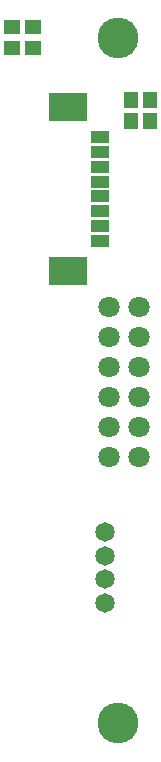
<source format=gbr>
G04 DesignSpark PCB PRO Gerber Version 10.0 Build 5299*
G04 #@! TF.Part,Single*
G04 #@! TF.FileFunction,Soldermask,Top*
G04 #@! TF.FilePolarity,Negative*
%FSLAX35Y35*%
%MOIN*%
G04 #@! TA.AperFunction,SMDPad,CuDef*
%ADD18R,0.04937X0.05291*%
G04 #@! TA.AperFunction,ComponentPad*
%ADD121C,0.06512*%
%ADD13C,0.07102*%
G04 #@! TA.AperFunction,WasherPad*
%ADD12C,0.13598*%
G04 #@! TA.AperFunction,SMDPad,CuDef*
%ADD26R,0.06118X0.04150*%
%ADD17R,0.05291X0.04937*%
%ADD27R,0.12811X0.09268*%
G04 #@! TD.AperFunction*
X0Y0D02*
D02*
D12*
X47494Y23872D03*
Y252219D03*
D02*
D13*
X44581Y112848D03*
Y122848D03*
Y132848D03*
Y142848D03*
Y152848D03*
Y162848D03*
X54581Y112848D03*
Y122848D03*
Y132848D03*
Y142848D03*
Y152848D03*
Y162848D03*
D02*
D17*
X12104Y249069D03*
Y256156D03*
X19104Y249069D03*
Y256156D03*
D02*
D18*
X51825Y224703D03*
Y231703D03*
X58124Y224703D03*
Y231703D03*
D02*
D26*
X41620Y184797D03*
Y189719D03*
Y194640D03*
Y199561D03*
Y204482D03*
Y209404D03*
Y214325D03*
Y219246D03*
D02*
D27*
X30793Y174758D03*
Y229285D03*
D02*
D121*
X43163Y64030D03*
Y71904D03*
Y79778D03*
Y87652D03*
X0Y0D02*
M02*

</source>
